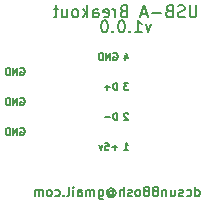
<source format=gbr>
G04 #@! TF.GenerationSoftware,KiCad,Pcbnew,(5.1.5)*
G04 #@! TF.CreationDate,2019-12-08T12:18:22-05:00*
G04 #@! TF.ProjectId,usbabrkout,75736261-6272-46b6-9f75-742e6b696361,v1.0.0*
G04 #@! TF.SameCoordinates,Original*
G04 #@! TF.FileFunction,Legend,Bot*
G04 #@! TF.FilePolarity,Positive*
%FSLAX46Y46*%
G04 Gerber Fmt 4.6, Leading zero omitted, Abs format (unit mm)*
G04 Created by KiCad (PCBNEW (5.1.5)) date 2019-12-08 12:18:22*
%MOMM*%
%LPD*%
G04 APERTURE LIST*
%ADD10C,0.127000*%
%ADD11C,0.150000*%
%ADD12C,1.244600*%
%ADD13C,3.276600*%
%ADD14C,4.701600*%
%ADD15C,1.752600*%
%ADD16C,1.625600*%
G04 APERTURE END LIST*
D10*
X141506592Y-105452857D02*
X141049450Y-105452857D01*
X141278021Y-105681428D02*
X141278021Y-105224285D01*
X140478021Y-105081428D02*
X140763735Y-105081428D01*
X140792307Y-105367142D01*
X140763735Y-105338571D01*
X140706592Y-105310000D01*
X140563735Y-105310000D01*
X140506592Y-105338571D01*
X140478021Y-105367142D01*
X140449450Y-105424285D01*
X140449450Y-105567142D01*
X140478021Y-105624285D01*
X140506592Y-105652857D01*
X140563735Y-105681428D01*
X140706592Y-105681428D01*
X140763735Y-105652857D01*
X140792307Y-105624285D01*
X140249450Y-105281428D02*
X140106592Y-105681428D01*
X139963735Y-105281428D01*
X142081307Y-105681428D02*
X142424164Y-105681428D01*
X142252735Y-105681428D02*
X142252735Y-105081428D01*
X142309878Y-105167142D01*
X142367021Y-105224285D01*
X142424164Y-105252857D01*
X141192307Y-97490000D02*
X141249450Y-97461428D01*
X141335164Y-97461428D01*
X141420878Y-97490000D01*
X141478021Y-97547142D01*
X141506592Y-97604285D01*
X141535164Y-97718571D01*
X141535164Y-97804285D01*
X141506592Y-97918571D01*
X141478021Y-97975714D01*
X141420878Y-98032857D01*
X141335164Y-98061428D01*
X141278021Y-98061428D01*
X141192307Y-98032857D01*
X141163735Y-98004285D01*
X141163735Y-97804285D01*
X141278021Y-97804285D01*
X140906592Y-98061428D02*
X140906592Y-97461428D01*
X140563735Y-98061428D01*
X140563735Y-97461428D01*
X140278021Y-98061428D02*
X140278021Y-97461428D01*
X140135164Y-97461428D01*
X140049450Y-97490000D01*
X139992307Y-97547142D01*
X139963735Y-97604285D01*
X139935164Y-97718571D01*
X139935164Y-97804285D01*
X139963735Y-97918571D01*
X139992307Y-97975714D01*
X140049450Y-98032857D01*
X140135164Y-98061428D01*
X140278021Y-98061428D01*
X141506592Y-100601428D02*
X141506592Y-100001428D01*
X141363735Y-100001428D01*
X141278021Y-100030000D01*
X141220878Y-100087142D01*
X141192307Y-100144285D01*
X141163735Y-100258571D01*
X141163735Y-100344285D01*
X141192307Y-100458571D01*
X141220878Y-100515714D01*
X141278021Y-100572857D01*
X141363735Y-100601428D01*
X141506592Y-100601428D01*
X140906592Y-100372857D02*
X140449450Y-100372857D01*
X140678021Y-100601428D02*
X140678021Y-100144285D01*
X141506592Y-103141428D02*
X141506592Y-102541428D01*
X141363735Y-102541428D01*
X141278021Y-102570000D01*
X141220878Y-102627142D01*
X141192307Y-102684285D01*
X141163735Y-102798571D01*
X141163735Y-102884285D01*
X141192307Y-102998571D01*
X141220878Y-103055714D01*
X141278021Y-103112857D01*
X141363735Y-103141428D01*
X141506592Y-103141428D01*
X140906592Y-102912857D02*
X140449450Y-102912857D01*
X142424164Y-102598571D02*
X142395592Y-102570000D01*
X142338450Y-102541428D01*
X142195592Y-102541428D01*
X142138450Y-102570000D01*
X142109878Y-102598571D01*
X142081307Y-102655714D01*
X142081307Y-102712857D01*
X142109878Y-102798571D01*
X142452735Y-103141428D01*
X142081307Y-103141428D01*
X142452735Y-100001428D02*
X142081307Y-100001428D01*
X142281307Y-100230000D01*
X142195592Y-100230000D01*
X142138450Y-100258571D01*
X142109878Y-100287142D01*
X142081307Y-100344285D01*
X142081307Y-100487142D01*
X142109878Y-100544285D01*
X142138450Y-100572857D01*
X142195592Y-100601428D01*
X142367021Y-100601428D01*
X142424164Y-100572857D01*
X142452735Y-100544285D01*
X142138450Y-97661428D02*
X142138450Y-98061428D01*
X142281307Y-97432857D02*
X142424164Y-97861428D01*
X142052735Y-97861428D01*
X133318307Y-98760000D02*
X133375450Y-98731428D01*
X133461164Y-98731428D01*
X133546878Y-98760000D01*
X133604021Y-98817142D01*
X133632592Y-98874285D01*
X133661164Y-98988571D01*
X133661164Y-99074285D01*
X133632592Y-99188571D01*
X133604021Y-99245714D01*
X133546878Y-99302857D01*
X133461164Y-99331428D01*
X133404021Y-99331428D01*
X133318307Y-99302857D01*
X133289735Y-99274285D01*
X133289735Y-99074285D01*
X133404021Y-99074285D01*
X133032592Y-99331428D02*
X133032592Y-98731428D01*
X132689735Y-99331428D01*
X132689735Y-98731428D01*
X132404021Y-99331428D02*
X132404021Y-98731428D01*
X132261164Y-98731428D01*
X132175450Y-98760000D01*
X132118307Y-98817142D01*
X132089735Y-98874285D01*
X132061164Y-98988571D01*
X132061164Y-99074285D01*
X132089735Y-99188571D01*
X132118307Y-99245714D01*
X132175450Y-99302857D01*
X132261164Y-99331428D01*
X132404021Y-99331428D01*
X133318307Y-101300000D02*
X133375450Y-101271428D01*
X133461164Y-101271428D01*
X133546878Y-101300000D01*
X133604021Y-101357142D01*
X133632592Y-101414285D01*
X133661164Y-101528571D01*
X133661164Y-101614285D01*
X133632592Y-101728571D01*
X133604021Y-101785714D01*
X133546878Y-101842857D01*
X133461164Y-101871428D01*
X133404021Y-101871428D01*
X133318307Y-101842857D01*
X133289735Y-101814285D01*
X133289735Y-101614285D01*
X133404021Y-101614285D01*
X133032592Y-101871428D02*
X133032592Y-101271428D01*
X132689735Y-101871428D01*
X132689735Y-101271428D01*
X132404021Y-101871428D02*
X132404021Y-101271428D01*
X132261164Y-101271428D01*
X132175450Y-101300000D01*
X132118307Y-101357142D01*
X132089735Y-101414285D01*
X132061164Y-101528571D01*
X132061164Y-101614285D01*
X132089735Y-101728571D01*
X132118307Y-101785714D01*
X132175450Y-101842857D01*
X132261164Y-101871428D01*
X132404021Y-101871428D01*
X133318307Y-103840000D02*
X133375450Y-103811428D01*
X133461164Y-103811428D01*
X133546878Y-103840000D01*
X133604021Y-103897142D01*
X133632592Y-103954285D01*
X133661164Y-104068571D01*
X133661164Y-104154285D01*
X133632592Y-104268571D01*
X133604021Y-104325714D01*
X133546878Y-104382857D01*
X133461164Y-104411428D01*
X133404021Y-104411428D01*
X133318307Y-104382857D01*
X133289735Y-104354285D01*
X133289735Y-104154285D01*
X133404021Y-104154285D01*
X133032592Y-104411428D02*
X133032592Y-103811428D01*
X132689735Y-104411428D01*
X132689735Y-103811428D01*
X132404021Y-104411428D02*
X132404021Y-103811428D01*
X132261164Y-103811428D01*
X132175450Y-103840000D01*
X132118307Y-103897142D01*
X132089735Y-103954285D01*
X132061164Y-104068571D01*
X132061164Y-104154285D01*
X132089735Y-104268571D01*
X132118307Y-104325714D01*
X132175450Y-104382857D01*
X132261164Y-104411428D01*
X132404021Y-104411428D01*
D11*
X148216190Y-93432380D02*
X148216190Y-94241904D01*
X148168571Y-94337142D01*
X148120952Y-94384761D01*
X148025714Y-94432380D01*
X147835238Y-94432380D01*
X147740000Y-94384761D01*
X147692380Y-94337142D01*
X147644761Y-94241904D01*
X147644761Y-93432380D01*
X147216190Y-94384761D02*
X147073333Y-94432380D01*
X146835238Y-94432380D01*
X146740000Y-94384761D01*
X146692380Y-94337142D01*
X146644761Y-94241904D01*
X146644761Y-94146666D01*
X146692380Y-94051428D01*
X146740000Y-94003809D01*
X146835238Y-93956190D01*
X147025714Y-93908571D01*
X147120952Y-93860952D01*
X147168571Y-93813333D01*
X147216190Y-93718095D01*
X147216190Y-93622857D01*
X147168571Y-93527619D01*
X147120952Y-93480000D01*
X147025714Y-93432380D01*
X146787619Y-93432380D01*
X146644761Y-93480000D01*
X145882857Y-93908571D02*
X145740000Y-93956190D01*
X145692380Y-94003809D01*
X145644761Y-94099047D01*
X145644761Y-94241904D01*
X145692380Y-94337142D01*
X145740000Y-94384761D01*
X145835238Y-94432380D01*
X146216190Y-94432380D01*
X146216190Y-93432380D01*
X145882857Y-93432380D01*
X145787619Y-93480000D01*
X145740000Y-93527619D01*
X145692380Y-93622857D01*
X145692380Y-93718095D01*
X145740000Y-93813333D01*
X145787619Y-93860952D01*
X145882857Y-93908571D01*
X146216190Y-93908571D01*
X145216190Y-94051428D02*
X144454285Y-94051428D01*
X144025714Y-94146666D02*
X143549523Y-94146666D01*
X144120952Y-94432380D02*
X143787619Y-93432380D01*
X143454285Y-94432380D01*
X142025714Y-93908571D02*
X141882857Y-93956190D01*
X141835238Y-94003809D01*
X141787619Y-94099047D01*
X141787619Y-94241904D01*
X141835238Y-94337142D01*
X141882857Y-94384761D01*
X141978095Y-94432380D01*
X142359047Y-94432380D01*
X142359047Y-93432380D01*
X142025714Y-93432380D01*
X141930476Y-93480000D01*
X141882857Y-93527619D01*
X141835238Y-93622857D01*
X141835238Y-93718095D01*
X141882857Y-93813333D01*
X141930476Y-93860952D01*
X142025714Y-93908571D01*
X142359047Y-93908571D01*
X141359047Y-94432380D02*
X141359047Y-93765714D01*
X141359047Y-93956190D02*
X141311428Y-93860952D01*
X141263809Y-93813333D01*
X141168571Y-93765714D01*
X141073333Y-93765714D01*
X140359047Y-94384761D02*
X140454285Y-94432380D01*
X140644761Y-94432380D01*
X140740000Y-94384761D01*
X140787619Y-94289523D01*
X140787619Y-93908571D01*
X140740000Y-93813333D01*
X140644761Y-93765714D01*
X140454285Y-93765714D01*
X140359047Y-93813333D01*
X140311428Y-93908571D01*
X140311428Y-94003809D01*
X140787619Y-94099047D01*
X139454285Y-94432380D02*
X139454285Y-93908571D01*
X139501904Y-93813333D01*
X139597142Y-93765714D01*
X139787619Y-93765714D01*
X139882857Y-93813333D01*
X139454285Y-94384761D02*
X139549523Y-94432380D01*
X139787619Y-94432380D01*
X139882857Y-94384761D01*
X139930476Y-94289523D01*
X139930476Y-94194285D01*
X139882857Y-94099047D01*
X139787619Y-94051428D01*
X139549523Y-94051428D01*
X139454285Y-94003809D01*
X138978095Y-94432380D02*
X138978095Y-93432380D01*
X138882857Y-94051428D02*
X138597142Y-94432380D01*
X138597142Y-93765714D02*
X138978095Y-94146666D01*
X138025714Y-94432380D02*
X138120952Y-94384761D01*
X138168571Y-94337142D01*
X138216190Y-94241904D01*
X138216190Y-93956190D01*
X138168571Y-93860952D01*
X138120952Y-93813333D01*
X138025714Y-93765714D01*
X137882857Y-93765714D01*
X137787619Y-93813333D01*
X137740000Y-93860952D01*
X137692380Y-93956190D01*
X137692380Y-94241904D01*
X137740000Y-94337142D01*
X137787619Y-94384761D01*
X137882857Y-94432380D01*
X138025714Y-94432380D01*
X136835238Y-93765714D02*
X136835238Y-94432380D01*
X137263809Y-93765714D02*
X137263809Y-94289523D01*
X137216190Y-94384761D01*
X137120952Y-94432380D01*
X136978095Y-94432380D01*
X136882857Y-94384761D01*
X136835238Y-94337142D01*
X136501904Y-93765714D02*
X136120952Y-93765714D01*
X136359047Y-93432380D02*
X136359047Y-94289523D01*
X136311428Y-94384761D01*
X136216190Y-94432380D01*
X136120952Y-94432380D01*
X144382857Y-95035714D02*
X144144761Y-95702380D01*
X143906666Y-95035714D01*
X143001904Y-95702380D02*
X143573333Y-95702380D01*
X143287619Y-95702380D02*
X143287619Y-94702380D01*
X143382857Y-94845238D01*
X143478095Y-94940476D01*
X143573333Y-94988095D01*
X142573333Y-95607142D02*
X142525714Y-95654761D01*
X142573333Y-95702380D01*
X142620952Y-95654761D01*
X142573333Y-95607142D01*
X142573333Y-95702380D01*
X141906666Y-94702380D02*
X141811428Y-94702380D01*
X141716190Y-94750000D01*
X141668571Y-94797619D01*
X141620952Y-94892857D01*
X141573333Y-95083333D01*
X141573333Y-95321428D01*
X141620952Y-95511904D01*
X141668571Y-95607142D01*
X141716190Y-95654761D01*
X141811428Y-95702380D01*
X141906666Y-95702380D01*
X142001904Y-95654761D01*
X142049523Y-95607142D01*
X142097142Y-95511904D01*
X142144761Y-95321428D01*
X142144761Y-95083333D01*
X142097142Y-94892857D01*
X142049523Y-94797619D01*
X142001904Y-94750000D01*
X141906666Y-94702380D01*
X141144761Y-95607142D02*
X141097142Y-95654761D01*
X141144761Y-95702380D01*
X141192380Y-95654761D01*
X141144761Y-95607142D01*
X141144761Y-95702380D01*
X140478095Y-94702380D02*
X140382857Y-94702380D01*
X140287619Y-94750000D01*
X140240000Y-94797619D01*
X140192380Y-94892857D01*
X140144761Y-95083333D01*
X140144761Y-95321428D01*
X140192380Y-95511904D01*
X140240000Y-95607142D01*
X140287619Y-95654761D01*
X140382857Y-95702380D01*
X140478095Y-95702380D01*
X140573333Y-95654761D01*
X140620952Y-95607142D01*
X140668571Y-95511904D01*
X140716190Y-95321428D01*
X140716190Y-95083333D01*
X140668571Y-94892857D01*
X140620952Y-94797619D01*
X140573333Y-94750000D01*
X140478095Y-94702380D01*
X148106571Y-109581904D02*
X148106571Y-108781904D01*
X148106571Y-109543809D02*
X148182761Y-109581904D01*
X148335142Y-109581904D01*
X148411333Y-109543809D01*
X148449428Y-109505714D01*
X148487523Y-109429523D01*
X148487523Y-109200952D01*
X148449428Y-109124761D01*
X148411333Y-109086666D01*
X148335142Y-109048571D01*
X148182761Y-109048571D01*
X148106571Y-109086666D01*
X147382761Y-109543809D02*
X147458952Y-109581904D01*
X147611333Y-109581904D01*
X147687523Y-109543809D01*
X147725619Y-109505714D01*
X147763714Y-109429523D01*
X147763714Y-109200952D01*
X147725619Y-109124761D01*
X147687523Y-109086666D01*
X147611333Y-109048571D01*
X147458952Y-109048571D01*
X147382761Y-109086666D01*
X147078000Y-109543809D02*
X147001809Y-109581904D01*
X146849428Y-109581904D01*
X146773238Y-109543809D01*
X146735142Y-109467619D01*
X146735142Y-109429523D01*
X146773238Y-109353333D01*
X146849428Y-109315238D01*
X146963714Y-109315238D01*
X147039904Y-109277142D01*
X147078000Y-109200952D01*
X147078000Y-109162857D01*
X147039904Y-109086666D01*
X146963714Y-109048571D01*
X146849428Y-109048571D01*
X146773238Y-109086666D01*
X146049428Y-109048571D02*
X146049428Y-109581904D01*
X146392285Y-109048571D02*
X146392285Y-109467619D01*
X146354190Y-109543809D01*
X146278000Y-109581904D01*
X146163714Y-109581904D01*
X146087523Y-109543809D01*
X146049428Y-109505714D01*
X145668476Y-109048571D02*
X145668476Y-109581904D01*
X145668476Y-109124761D02*
X145630380Y-109086666D01*
X145554190Y-109048571D01*
X145439904Y-109048571D01*
X145363714Y-109086666D01*
X145325619Y-109162857D01*
X145325619Y-109581904D01*
X144830380Y-109124761D02*
X144906571Y-109086666D01*
X144944666Y-109048571D01*
X144982761Y-108972380D01*
X144982761Y-108934285D01*
X144944666Y-108858095D01*
X144906571Y-108820000D01*
X144830380Y-108781904D01*
X144678000Y-108781904D01*
X144601809Y-108820000D01*
X144563714Y-108858095D01*
X144525619Y-108934285D01*
X144525619Y-108972380D01*
X144563714Y-109048571D01*
X144601809Y-109086666D01*
X144678000Y-109124761D01*
X144830380Y-109124761D01*
X144906571Y-109162857D01*
X144944666Y-109200952D01*
X144982761Y-109277142D01*
X144982761Y-109429523D01*
X144944666Y-109505714D01*
X144906571Y-109543809D01*
X144830380Y-109581904D01*
X144678000Y-109581904D01*
X144601809Y-109543809D01*
X144563714Y-109505714D01*
X144525619Y-109429523D01*
X144525619Y-109277142D01*
X144563714Y-109200952D01*
X144601809Y-109162857D01*
X144678000Y-109124761D01*
X144068476Y-109124761D02*
X144144666Y-109086666D01*
X144182761Y-109048571D01*
X144220857Y-108972380D01*
X144220857Y-108934285D01*
X144182761Y-108858095D01*
X144144666Y-108820000D01*
X144068476Y-108781904D01*
X143916095Y-108781904D01*
X143839904Y-108820000D01*
X143801809Y-108858095D01*
X143763714Y-108934285D01*
X143763714Y-108972380D01*
X143801809Y-109048571D01*
X143839904Y-109086666D01*
X143916095Y-109124761D01*
X144068476Y-109124761D01*
X144144666Y-109162857D01*
X144182761Y-109200952D01*
X144220857Y-109277142D01*
X144220857Y-109429523D01*
X144182761Y-109505714D01*
X144144666Y-109543809D01*
X144068476Y-109581904D01*
X143916095Y-109581904D01*
X143839904Y-109543809D01*
X143801809Y-109505714D01*
X143763714Y-109429523D01*
X143763714Y-109277142D01*
X143801809Y-109200952D01*
X143839904Y-109162857D01*
X143916095Y-109124761D01*
X143306571Y-109581904D02*
X143382761Y-109543809D01*
X143420857Y-109505714D01*
X143458952Y-109429523D01*
X143458952Y-109200952D01*
X143420857Y-109124761D01*
X143382761Y-109086666D01*
X143306571Y-109048571D01*
X143192285Y-109048571D01*
X143116095Y-109086666D01*
X143078000Y-109124761D01*
X143039904Y-109200952D01*
X143039904Y-109429523D01*
X143078000Y-109505714D01*
X143116095Y-109543809D01*
X143192285Y-109581904D01*
X143306571Y-109581904D01*
X142735142Y-109543809D02*
X142658952Y-109581904D01*
X142506571Y-109581904D01*
X142430380Y-109543809D01*
X142392285Y-109467619D01*
X142392285Y-109429523D01*
X142430380Y-109353333D01*
X142506571Y-109315238D01*
X142620857Y-109315238D01*
X142697047Y-109277142D01*
X142735142Y-109200952D01*
X142735142Y-109162857D01*
X142697047Y-109086666D01*
X142620857Y-109048571D01*
X142506571Y-109048571D01*
X142430380Y-109086666D01*
X142049428Y-109581904D02*
X142049428Y-108781904D01*
X141706571Y-109581904D02*
X141706571Y-109162857D01*
X141744666Y-109086666D01*
X141820857Y-109048571D01*
X141935142Y-109048571D01*
X142011333Y-109086666D01*
X142049428Y-109124761D01*
X140830380Y-109200952D02*
X140868476Y-109162857D01*
X140944666Y-109124761D01*
X141020857Y-109124761D01*
X141097047Y-109162857D01*
X141135142Y-109200952D01*
X141173238Y-109277142D01*
X141173238Y-109353333D01*
X141135142Y-109429523D01*
X141097047Y-109467619D01*
X141020857Y-109505714D01*
X140944666Y-109505714D01*
X140868476Y-109467619D01*
X140830380Y-109429523D01*
X140830380Y-109124761D02*
X140830380Y-109429523D01*
X140792285Y-109467619D01*
X140754190Y-109467619D01*
X140678000Y-109429523D01*
X140639904Y-109353333D01*
X140639904Y-109162857D01*
X140716095Y-109048571D01*
X140830380Y-108972380D01*
X140982761Y-108934285D01*
X141135142Y-108972380D01*
X141249428Y-109048571D01*
X141325619Y-109162857D01*
X141363714Y-109315238D01*
X141325619Y-109467619D01*
X141249428Y-109581904D01*
X141135142Y-109658095D01*
X140982761Y-109696190D01*
X140830380Y-109658095D01*
X140716095Y-109581904D01*
X139954190Y-109048571D02*
X139954190Y-109696190D01*
X139992285Y-109772380D01*
X140030380Y-109810476D01*
X140106571Y-109848571D01*
X140220857Y-109848571D01*
X140297047Y-109810476D01*
X139954190Y-109543809D02*
X140030380Y-109581904D01*
X140182761Y-109581904D01*
X140258952Y-109543809D01*
X140297047Y-109505714D01*
X140335142Y-109429523D01*
X140335142Y-109200952D01*
X140297047Y-109124761D01*
X140258952Y-109086666D01*
X140182761Y-109048571D01*
X140030380Y-109048571D01*
X139954190Y-109086666D01*
X139573238Y-109581904D02*
X139573238Y-109048571D01*
X139573238Y-109124761D02*
X139535142Y-109086666D01*
X139458952Y-109048571D01*
X139344666Y-109048571D01*
X139268476Y-109086666D01*
X139230380Y-109162857D01*
X139230380Y-109581904D01*
X139230380Y-109162857D02*
X139192285Y-109086666D01*
X139116095Y-109048571D01*
X139001809Y-109048571D01*
X138925619Y-109086666D01*
X138887523Y-109162857D01*
X138887523Y-109581904D01*
X138163714Y-109581904D02*
X138163714Y-109162857D01*
X138201809Y-109086666D01*
X138278000Y-109048571D01*
X138430380Y-109048571D01*
X138506571Y-109086666D01*
X138163714Y-109543809D02*
X138239904Y-109581904D01*
X138430380Y-109581904D01*
X138506571Y-109543809D01*
X138544666Y-109467619D01*
X138544666Y-109391428D01*
X138506571Y-109315238D01*
X138430380Y-109277142D01*
X138239904Y-109277142D01*
X138163714Y-109239047D01*
X137782761Y-109581904D02*
X137782761Y-109048571D01*
X137782761Y-108781904D02*
X137820857Y-108820000D01*
X137782761Y-108858095D01*
X137744666Y-108820000D01*
X137782761Y-108781904D01*
X137782761Y-108858095D01*
X137287523Y-109581904D02*
X137363714Y-109543809D01*
X137401809Y-109467619D01*
X137401809Y-108781904D01*
X136982761Y-109505714D02*
X136944666Y-109543809D01*
X136982761Y-109581904D01*
X137020857Y-109543809D01*
X136982761Y-109505714D01*
X136982761Y-109581904D01*
X136258952Y-109543809D02*
X136335142Y-109581904D01*
X136487523Y-109581904D01*
X136563714Y-109543809D01*
X136601809Y-109505714D01*
X136639904Y-109429523D01*
X136639904Y-109200952D01*
X136601809Y-109124761D01*
X136563714Y-109086666D01*
X136487523Y-109048571D01*
X136335142Y-109048571D01*
X136258952Y-109086666D01*
X135801809Y-109581904D02*
X135878000Y-109543809D01*
X135916095Y-109505714D01*
X135954190Y-109429523D01*
X135954190Y-109200952D01*
X135916095Y-109124761D01*
X135878000Y-109086666D01*
X135801809Y-109048571D01*
X135687523Y-109048571D01*
X135611333Y-109086666D01*
X135573238Y-109124761D01*
X135535142Y-109200952D01*
X135535142Y-109429523D01*
X135573238Y-109505714D01*
X135611333Y-109543809D01*
X135687523Y-109581904D01*
X135801809Y-109581904D01*
X135192285Y-109581904D02*
X135192285Y-109048571D01*
X135192285Y-109124761D02*
X135154190Y-109086666D01*
X135078000Y-109048571D01*
X134963714Y-109048571D01*
X134887523Y-109086666D01*
X134849428Y-109162857D01*
X134849428Y-109581904D01*
X134849428Y-109162857D02*
X134811333Y-109086666D01*
X134735142Y-109048571D01*
X134620857Y-109048571D01*
X134544666Y-109086666D01*
X134506571Y-109162857D01*
X134506571Y-109581904D01*
%LPC*%
D12*
X134620000Y-104140000D03*
X134620000Y-99060000D03*
X134620000Y-101600000D03*
D13*
X132080000Y-107950000D03*
X132080000Y-95250000D03*
D12*
X129540000Y-101600000D03*
D14*
X151080000Y-108170000D03*
X151080000Y-95030000D03*
D15*
X148750000Y-105100000D03*
X148750000Y-102600000D03*
X148750000Y-100600000D03*
X148750000Y-98100000D03*
D16*
X143510000Y-105410000D03*
X143510000Y-102870000D03*
X143510000Y-100330000D03*
X143510000Y-97790000D03*
X139700000Y-101600000D03*
M02*

</source>
